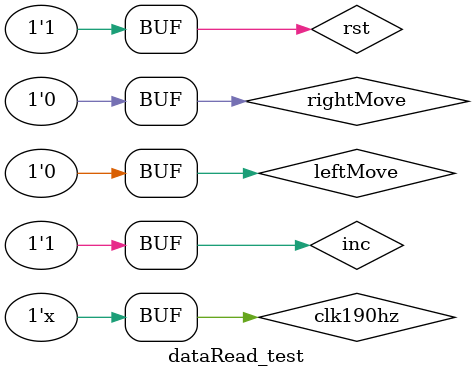
<source format=v>
`timescale 1ns / 1ps


module dataRead_test();
    reg clk190hz, rst, leftMove, rightMove, inc;
    wire [31:0] myID;
    wire [15:0] dataBus;
    
    dataRead u1(clk190hz, rst, leftMove, rightMove, inc, myID, dataBus);
    
    initial begin
        clk190hz = 0;
        rst = 0;
        leftMove = 0;
        rightMove = 0;
        inc = 0;
        #10 rst = 1;
        #5 leftMove = 1;
        #3 leftMove = 0;
        #7 inc = 1;
    end
    
    always #5 clk190hz = ~clk190hz;
    
endmodule

</source>
